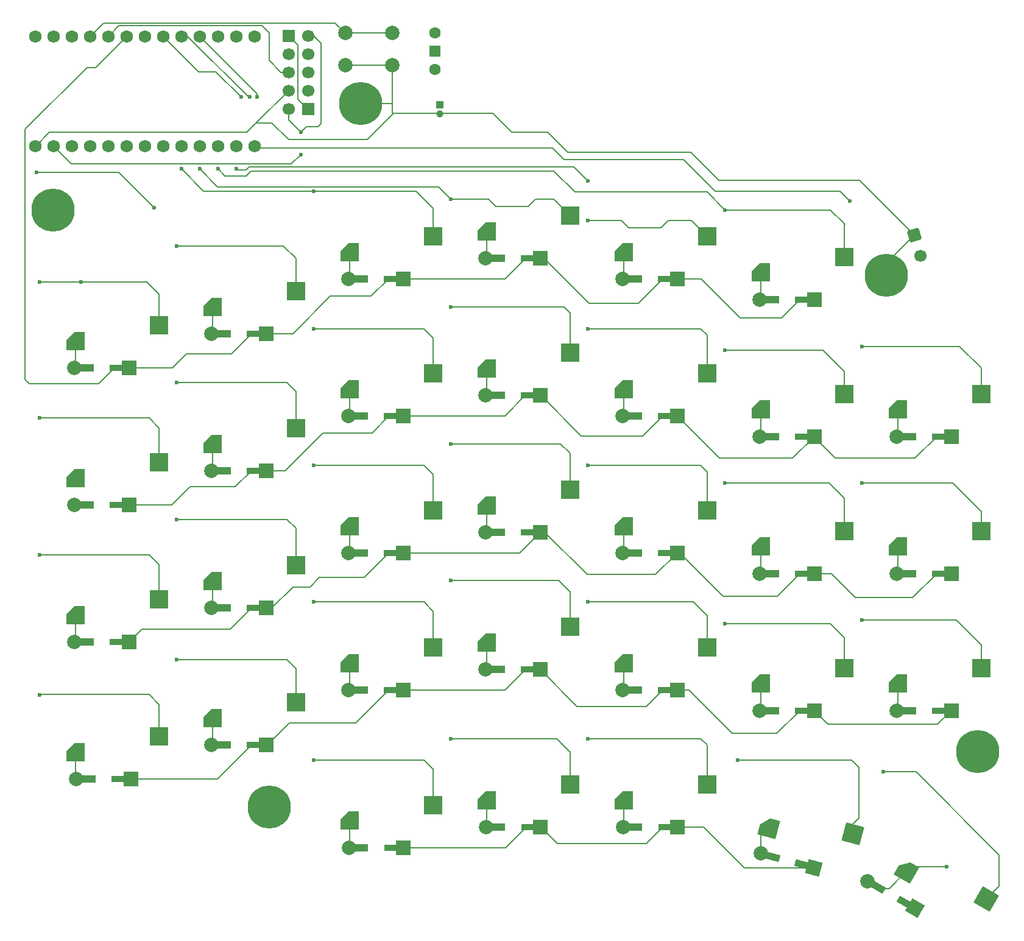
<source format=gbr>
%TF.GenerationSoftware,KiCad,Pcbnew,9.0.2+dfsg-1*%
%TF.CreationDate,2025-11-17T22:50:04+01:00*%
%TF.ProjectId,LuMo,4c754d6f-2e6b-4696-9361-645f70636258,rev?*%
%TF.SameCoordinates,Original*%
%TF.FileFunction,Copper,L1,Top*%
%TF.FilePolarity,Positive*%
%FSLAX46Y46*%
G04 Gerber Fmt 4.6, Leading zero omitted, Abs format (unit mm)*
G04 Created by KiCad (PCBNEW 9.0.2+dfsg-1) date 2025-11-17 22:50:04*
%MOMM*%
%LPD*%
G01*
G04 APERTURE LIST*
G04 Aperture macros list*
%AMRoundRect*
0 Rectangle with rounded corners*
0 $1 Rounding radius*
0 $2 $3 $4 $5 $6 $7 $8 $9 X,Y pos of 4 corners*
0 Add a 4 corners polygon primitive as box body*
4,1,4,$2,$3,$4,$5,$6,$7,$8,$9,$2,$3,0*
0 Add four circle primitives for the rounded corners*
1,1,$1+$1,$2,$3*
1,1,$1+$1,$4,$5*
1,1,$1+$1,$6,$7*
1,1,$1+$1,$8,$9*
0 Add four rect primitives between the rounded corners*
20,1,$1+$1,$2,$3,$4,$5,0*
20,1,$1+$1,$4,$5,$6,$7,0*
20,1,$1+$1,$6,$7,$8,$9,0*
20,1,$1+$1,$8,$9,$2,$3,0*%
%AMRotRect*
0 Rectangle, with rotation*
0 The origin of the aperture is its center*
0 $1 length*
0 $2 width*
0 $3 Rotation angle, in degrees counterclockwise*
0 Add horizontal line*
21,1,$1,$2,0,0,$3*%
%AMOutline5P*
0 Free polygon, 5 corners , with rotation*
0 The origin of the aperture is its center*
0 number of corners: always 5*
0 $1 to $10 corner X, Y*
0 $11 Rotation angle, in degrees counterclockwise*
0 create outline with 5 corners*
4,1,5,$1,$2,$3,$4,$5,$6,$7,$8,$9,$10,$1,$2,$11*%
%AMOutline6P*
0 Free polygon, 6 corners , with rotation*
0 The origin of the aperture is its center*
0 number of corners: always 6*
0 $1 to $12 corner X, Y*
0 $13 Rotation angle, in degrees counterclockwise*
0 create outline with 6 corners*
4,1,6,$1,$2,$3,$4,$5,$6,$7,$8,$9,$10,$11,$12,$1,$2,$13*%
%AMOutline7P*
0 Free polygon, 7 corners , with rotation*
0 The origin of the aperture is its center*
0 number of corners: always 7*
0 $1 to $14 corner X, Y*
0 $15 Rotation angle, in degrees counterclockwise*
0 create outline with 7 corners*
4,1,7,$1,$2,$3,$4,$5,$6,$7,$8,$9,$10,$11,$12,$13,$14,$1,$2,$15*%
%AMOutline8P*
0 Free polygon, 8 corners , with rotation*
0 The origin of the aperture is its center*
0 number of corners: always 8*
0 $1 to $16 corner X, Y*
0 $17 Rotation angle, in degrees counterclockwise*
0 create outline with 8 corners*
4,1,8,$1,$2,$3,$4,$5,$6,$7,$8,$9,$10,$11,$12,$13,$14,$15,$16,$1,$2,$17*%
G04 Aperture macros list end*
%TA.AperFunction,ComponentPad*%
%ADD10C,1.752600*%
%TD*%
%TA.AperFunction,ComponentPad*%
%ADD11C,6.000000*%
%TD*%
%TA.AperFunction,SMDPad,CuDef*%
%ADD12Outline5P,-1.300000X0.130000X-0.130000X1.300000X1.300000X1.300000X1.300000X-1.300000X-1.300000X-1.300000X345.000000*%
%TD*%
%TA.AperFunction,SMDPad,CuDef*%
%ADD13RotRect,2.600000X2.600000X345.000000*%
%TD*%
%TA.AperFunction,SMDPad,CuDef*%
%ADD14Outline5P,-1.300000X0.130000X-0.130000X1.300000X1.300000X1.300000X1.300000X-1.300000X-1.300000X-1.300000X0.000000*%
%TD*%
%TA.AperFunction,SMDPad,CuDef*%
%ADD15R,2.600000X2.600000*%
%TD*%
%TA.AperFunction,ComponentPad*%
%ADD16R,1.000000X1.000000*%
%TD*%
%TA.AperFunction,ComponentPad*%
%ADD17C,1.000000*%
%TD*%
%TA.AperFunction,ComponentPad*%
%ADD18R,1.700000X1.700000*%
%TD*%
%TA.AperFunction,ComponentPad*%
%ADD19C,1.700000*%
%TD*%
%TA.AperFunction,SMDPad,CuDef*%
%ADD20Outline5P,-1.300000X0.130000X-0.130000X1.300000X1.300000X1.300000X1.300000X-1.300000X-1.300000X-1.300000X330.000000*%
%TD*%
%TA.AperFunction,SMDPad,CuDef*%
%ADD21RotRect,2.600000X2.600000X330.000000*%
%TD*%
%TA.AperFunction,ComponentPad*%
%ADD22RoundRect,0.250000X-0.745701X0.404883X-0.404883X-0.745701X0.745701X-0.404883X0.404883X0.745701X0*%
%TD*%
%TA.AperFunction,ComponentPad*%
%ADD23C,2.000000*%
%TD*%
%TA.AperFunction,ComponentPad*%
%ADD24R,1.500000X1.500000*%
%TD*%
%TA.AperFunction,ComponentPad*%
%ADD25C,1.600000*%
%TD*%
%TA.AperFunction,ComponentPad*%
%ADD26R,2.000000X2.000000*%
%TD*%
%TA.AperFunction,ComponentPad*%
%ADD27R,1.875000X0.950000*%
%TD*%
%TA.AperFunction,ComponentPad*%
%ADD28R,1.875000X0.975000*%
%TD*%
%TA.AperFunction,ComponentPad*%
%ADD29RotRect,2.000000X2.000000X150.000000*%
%TD*%
%TA.AperFunction,ComponentPad*%
%ADD30RotRect,1.875000X0.950000X150.000000*%
%TD*%
%TA.AperFunction,ComponentPad*%
%ADD31RotRect,1.875000X0.975000X150.000000*%
%TD*%
%TA.AperFunction,ComponentPad*%
%ADD32RotRect,2.000000X2.000000X165.000000*%
%TD*%
%TA.AperFunction,ComponentPad*%
%ADD33RotRect,1.875000X0.950000X165.000000*%
%TD*%
%TA.AperFunction,ComponentPad*%
%ADD34RotRect,1.875000X0.975000X165.000000*%
%TD*%
%TA.AperFunction,ViaPad*%
%ADD35C,0.600000*%
%TD*%
%TA.AperFunction,Conductor*%
%ADD36C,0.200000*%
%TD*%
G04 APERTURE END LIST*
D10*
%TO.P,U1,0,B-*%
%TO.N,GND*%
X38990000Y-41120000D03*
%TO.P,U1,1,TX0/P0.06*%
%TO.N,CS*%
X41530000Y-41120000D03*
%TO.P,U1,2,RX1/P0.08*%
%TO.N,Col7*%
X44070000Y-41120000D03*
%TO.P,U1,3,GND*%
%TO.N,unconnected-(U1-GND-Pad3)*%
X46610000Y-41120000D03*
%TO.P,U1,4,GND*%
%TO.N,unconnected-(U1-GND-Pad4)*%
X49150000Y-41120000D03*
%TO.P,U1,5,P0.17*%
%TO.N,MOSI*%
X51690000Y-41120000D03*
%TO.P,U1,6,P0.20*%
%TO.N,SCK*%
X54230000Y-41120000D03*
%TO.P,U1,7,P0.22*%
%TO.N,Col6*%
X56770000Y-41120000D03*
%TO.P,U1,8,P0.24*%
%TO.N,Col2*%
X59310000Y-41120000D03*
%TO.P,U1,9,P1.00*%
%TO.N,Col1*%
X61850000Y-41120000D03*
%TO.P,U1,10,P0.11*%
%TO.N,Col4*%
X64390000Y-41120000D03*
%TO.P,U1,11,P1.04*%
%TO.N,Col3*%
X66930000Y-41120000D03*
%TO.P,U1,12,P1.06*%
%TO.N,Col5*%
X69470000Y-41120000D03*
%TO.P,U1,13,NFC1/P0.09*%
%TO.N,unconnected-(U1-NFC1{slash}P0.09-Pad13)*%
X69470000Y-25880000D03*
%TO.P,U1,14,NFC2/P0.10*%
%TO.N,unconnected-(U1-NFC2{slash}P0.10-Pad14)*%
X66930000Y-25880000D03*
%TO.P,U1,15,P1.11*%
%TO.N,unconnected-(U1-P1.11-Pad15)*%
X64390000Y-25880000D03*
%TO.P,U1,16,P1.13*%
%TO.N,Row5*%
X61850000Y-25880000D03*
%TO.P,U1,17,P1.15*%
%TO.N,Row4*%
X59310000Y-25880000D03*
%TO.P,U1,18,AIN0/P0.02*%
%TO.N,Row3*%
X56770000Y-25880000D03*
%TO.P,U1,19,AIN5/P0.29*%
%TO.N,Row2*%
X54230000Y-25880000D03*
%TO.P,U1,20,AIN7/P0.31*%
%TO.N,Row1*%
X51690000Y-25880000D03*
%TO.P,U1,21,VCC*%
%TO.N,VCC*%
X49150000Y-25880000D03*
%TO.P,U1,22,RST*%
%TO.N,RST*%
X46610000Y-25880000D03*
%TO.P,U1,23,GND*%
%TO.N,unconnected-(U1-GND-Pad23)*%
X44070000Y-25880000D03*
%TO.P,U1,24,RAW*%
%TO.N,unconnected-(U1-RAW-Pad24)*%
X41530000Y-25880000D03*
%TO.P,U1,25,B+*%
%TO.N,B+*%
X38990000Y-25880000D03*
%TD*%
D11*
%TO.P,H3,1*%
%TO.N,unconnected-(H3-Pad1)*%
X170000000Y-125300000D03*
%TD*%
D12*
%TO.P,SW31,1,1*%
%TO.N,Net-(D31-A)*%
X140929518Y-135885745D03*
D13*
%TO.P,SW31,2,2*%
%TO.N,Col4*%
X152655363Y-136750068D03*
%TD*%
D14*
%TO.P,SW4,1,1*%
%TO.N,Net-(D4-A)*%
X139895000Y-58707500D03*
D15*
%TO.P,SW4,2,2*%
%TO.N,Col4*%
X151445000Y-56507500D03*
%TD*%
D14*
%TO.P,SW29,1,1*%
%TO.N,Net-(D29-A)*%
X120845000Y-132050000D03*
D15*
%TO.P,SW29,2,2*%
%TO.N,Col3*%
X132395000Y-129850000D03*
%TD*%
D14*
%TO.P,SW13,1,1*%
%TO.N,Net-(D13-A)*%
X44645000Y-87282500D03*
D15*
%TO.P,SW13,2,2*%
%TO.N,Col7*%
X56195000Y-85082500D03*
%TD*%
D16*
%TO.P,J1,1*%
%TO.N,VBAT*%
X95200000Y-35365000D03*
D17*
%TO.P,J1,2*%
%TO.N,GND*%
X95200000Y-36635000D03*
%TD*%
D14*
%TO.P,SW25,1,1*%
%TO.N,Net-(D25-A)*%
X158945000Y-115857500D03*
D15*
%TO.P,SW25,2,2*%
%TO.N,Col5*%
X170495000Y-113657500D03*
%TD*%
D18*
%TO.P,J2,1*%
%TO.N,MOSI*%
X76975000Y-35950000D03*
D19*
%TO.P,J2,2*%
%TO.N,SCK*%
X76975000Y-33410000D03*
%TO.P,J2,3*%
%TO.N,VCC*%
X76975000Y-30870000D03*
%TO.P,J2,4*%
%TO.N,GND*%
X76975000Y-28330000D03*
%TO.P,J2,5*%
%TO.N,CS*%
X76975000Y-25790000D03*
%TD*%
D14*
%TO.P,SW21,1,1*%
%TO.N,Net-(D21-A)*%
X101795000Y-110142500D03*
D15*
%TO.P,SW21,2,2*%
%TO.N,Col1*%
X113345000Y-107942500D03*
%TD*%
D14*
%TO.P,SW26,1,1*%
%TO.N,Net-(D26-A)*%
X63695000Y-120620000D03*
D15*
%TO.P,SW26,2,2*%
%TO.N,Col6*%
X75245000Y-118420000D03*
%TD*%
D14*
%TO.P,SW28,1,1*%
%TO.N,Net-(D28-A)*%
X101795000Y-132050000D03*
D15*
%TO.P,SW28,2,2*%
%TO.N,Col1*%
X113345000Y-129850000D03*
%TD*%
D14*
%TO.P,SW30,1,1*%
%TO.N,Net-(D30-A)*%
X82745000Y-134907500D03*
D15*
%TO.P,SW30,2,2*%
%TO.N,Col2*%
X94295000Y-132707500D03*
%TD*%
D20*
%TO.P,SW32,1,1*%
%TO.N,Net-(D32-A)*%
X160100318Y-141929465D03*
D21*
%TO.P,SW32,2,2*%
%TO.N,Col5*%
X171202911Y-145799209D03*
%TD*%
D14*
%TO.P,SW16,1,1*%
%TO.N,Net-(D16-A)*%
X120845000Y-93950000D03*
D15*
%TO.P,SW16,2,2*%
%TO.N,Col3*%
X132395000Y-91750000D03*
%TD*%
D14*
%TO.P,SW14,1,1*%
%TO.N,Net-(D14-A)*%
X101795000Y-91092500D03*
D15*
%TO.P,SW14,2,2*%
%TO.N,Col1*%
X113345000Y-88892500D03*
%TD*%
D14*
%TO.P,SW9,1,1*%
%TO.N,Net-(D9-A)*%
X120845000Y-74900000D03*
D15*
%TO.P,SW9,2,2*%
%TO.N,Col3*%
X132395000Y-72700000D03*
%TD*%
D14*
%TO.P,SW2,1,1*%
%TO.N,Net-(D2-A)*%
X82745000Y-55850000D03*
D15*
%TO.P,SW2,2,2*%
%TO.N,Col2*%
X94295000Y-53650000D03*
%TD*%
D11*
%TO.P,H6,1*%
%TO.N,GND*%
X84200000Y-35200000D03*
%TD*%
D14*
%TO.P,SW19,1,1*%
%TO.N,Net-(D19-A)*%
X63695000Y-101570000D03*
D15*
%TO.P,SW19,2,2*%
%TO.N,Col6*%
X75245000Y-99370000D03*
%TD*%
D14*
%TO.P,SW20,1,1*%
%TO.N,Net-(D20-A)*%
X44645000Y-106332500D03*
D15*
%TO.P,SW20,2,2*%
%TO.N,Col7*%
X56195000Y-104132500D03*
%TD*%
D14*
%TO.P,SW18,1,1*%
%TO.N,Net-(D18-A)*%
X158945000Y-96807500D03*
D15*
%TO.P,SW18,2,2*%
%TO.N,Col5*%
X170495000Y-94607500D03*
%TD*%
D14*
%TO.P,SW17,1,1*%
%TO.N,Net-(D17-A)*%
X139895000Y-96807500D03*
D15*
%TO.P,SW17,2,2*%
%TO.N,Col4*%
X151445000Y-94607500D03*
%TD*%
D14*
%TO.P,SW3,1,1*%
%TO.N,Net-(D3-A)*%
X120845000Y-55850000D03*
D15*
%TO.P,SW3,2,2*%
%TO.N,Col3*%
X132395000Y-53650000D03*
%TD*%
D19*
%TO.P,J4,1*%
%TO.N,VBAT*%
X162049564Y-56368241D03*
D22*
%TO.P,J4,2*%
%TO.N,GND*%
X161197518Y-53491781D03*
%TD*%
D14*
%TO.P,SW6,1,1*%
%TO.N,Net-(D6-A)*%
X44645000Y-68232500D03*
D15*
%TO.P,SW6,2,2*%
%TO.N,Col7*%
X56195000Y-66032500D03*
%TD*%
D11*
%TO.P,H1,1*%
%TO.N,GND*%
X41500000Y-50000000D03*
%TD*%
D14*
%TO.P,SW8,1,1*%
%TO.N,Net-(D8-A)*%
X82745000Y-74900000D03*
D15*
%TO.P,SW8,2,2*%
%TO.N,Col2*%
X94295000Y-72700000D03*
%TD*%
D14*
%TO.P,SW11,1,1*%
%TO.N,Net-(D11-A)*%
X158945000Y-77757500D03*
D15*
%TO.P,SW11,2,2*%
%TO.N,Col5*%
X170495000Y-75557500D03*
%TD*%
D14*
%TO.P,SW15,1,1*%
%TO.N,Net-(D15-A)*%
X82745000Y-93950000D03*
D15*
%TO.P,SW15,2,2*%
%TO.N,Col2*%
X94295000Y-91750000D03*
%TD*%
D14*
%TO.P,SW10,1,1*%
%TO.N,Net-(D10-A)*%
X139895000Y-77757500D03*
D15*
%TO.P,SW10,2,2*%
%TO.N,Col4*%
X151445000Y-75557500D03*
%TD*%
D14*
%TO.P,SW12,1,1*%
%TO.N,Net-(D12-A)*%
X63695000Y-82520000D03*
D15*
%TO.P,SW12,2,2*%
%TO.N,Col6*%
X75245000Y-80320000D03*
%TD*%
D14*
%TO.P,SW5,1,1*%
%TO.N,Net-(D5-A)*%
X63695000Y-63470000D03*
D15*
%TO.P,SW5,2,2*%
%TO.N,Col6*%
X75245000Y-61270000D03*
%TD*%
D18*
%TO.P,J3,1*%
%TO.N,MOSI*%
X74200000Y-25800000D03*
D19*
%TO.P,J3,2*%
%TO.N,SCK*%
X74200000Y-28340000D03*
%TO.P,J3,3*%
%TO.N,VCC*%
X74200000Y-30880000D03*
%TO.P,J3,4*%
%TO.N,GND*%
X74200000Y-33420000D03*
%TO.P,J3,5*%
%TO.N,CS*%
X74200000Y-35960000D03*
%TD*%
D14*
%TO.P,SW7,1,1*%
%TO.N,Net-(D7-A)*%
X101795000Y-72042500D03*
D15*
%TO.P,SW7,2,2*%
%TO.N,Col1*%
X113345000Y-69842500D03*
%TD*%
D23*
%TO.P,SW33,1*%
%TO.N,RST*%
X82100000Y-25400000D03*
X88600000Y-25400000D03*
%TO.P,SW33,2*%
%TO.N,GND*%
X82100000Y-29900000D03*
X88600000Y-29900000D03*
%TD*%
D14*
%TO.P,SW27,1,1*%
%TO.N,Net-(D27-A)*%
X44645000Y-125382500D03*
D15*
%TO.P,SW27,2,2*%
%TO.N,Col7*%
X56195000Y-123182500D03*
%TD*%
D14*
%TO.P,SW22,1,1*%
%TO.N,Net-(D22-A)*%
X82745000Y-113000000D03*
D15*
%TO.P,SW22,2,2*%
%TO.N,Col2*%
X94295000Y-110800000D03*
%TD*%
D14*
%TO.P,SW23,1,1*%
%TO.N,Net-(D23-A)*%
X120845000Y-113000000D03*
D15*
%TO.P,SW23,2,2*%
%TO.N,Col3*%
X132395000Y-110800000D03*
%TD*%
D24*
%TO.P,SWI1,1,A*%
%TO.N,VBAT*%
X94600000Y-27940000D03*
D25*
%TO.P,SWI1,2,B*%
%TO.N,B+*%
X94600000Y-30480000D03*
%TO.P,SWI1,3,C*%
%TO.N,unconnected-(SWI1-C-Pad3)*%
X94600000Y-25400000D03*
%TD*%
D14*
%TO.P,SW1,1,1*%
%TO.N,Net-(D1-A)*%
X101795000Y-52992500D03*
D15*
%TO.P,SW1,2,2*%
%TO.N,Col1*%
X113345000Y-50792500D03*
%TD*%
D11*
%TO.P,H4,1*%
%TO.N,unconnected-(H4-Pad1)*%
X71500000Y-133000000D03*
%TD*%
%TO.P,H2,1*%
%TO.N,GND*%
X157300000Y-59100000D03*
%TD*%
D14*
%TO.P,SW24,1,1*%
%TO.N,Net-(D24-A)*%
X139895000Y-115857500D03*
D15*
%TO.P,SW24,2,2*%
%TO.N,Col4*%
X151445000Y-113657500D03*
%TD*%
D26*
%TO.P,D19,1,K*%
%TO.N,Row3*%
X71100000Y-105300000D03*
D27*
X69362500Y-105300000D03*
D28*
%TO.P,D19,2,A*%
%TO.N,Net-(D19-A)*%
X65237500Y-105312500D03*
D23*
X63500000Y-105300000D03*
%TD*%
D26*
%TO.P,D8,1,K*%
%TO.N,Row2*%
X90150000Y-78630000D03*
D27*
X88412500Y-78630000D03*
D28*
%TO.P,D8,2,A*%
%TO.N,Net-(D8-A)*%
X84287500Y-78642500D03*
D23*
X82550000Y-78630000D03*
%TD*%
D26*
%TO.P,D15,1,K*%
%TO.N,Row3*%
X90150000Y-97680000D03*
D27*
X88412500Y-97680000D03*
D28*
%TO.P,D15,2,A*%
%TO.N,Net-(D15-A)*%
X84287500Y-97692500D03*
D23*
X82550000Y-97680000D03*
%TD*%
D26*
%TO.P,D2,1,K*%
%TO.N,Row1*%
X90150000Y-59580000D03*
D27*
X88412500Y-59580000D03*
D28*
%TO.P,D2,2,A*%
%TO.N,Net-(D2-A)*%
X84287500Y-59592500D03*
D23*
X82550000Y-59580000D03*
%TD*%
D26*
%TO.P,D24,1,K*%
%TO.N,Row4*%
X147300000Y-119587500D03*
D27*
X145562500Y-119587500D03*
D28*
%TO.P,D24,2,A*%
%TO.N,Net-(D24-A)*%
X141437500Y-119600000D03*
D23*
X139700000Y-119587500D03*
%TD*%
D26*
%TO.P,D9,1,K*%
%TO.N,Row2*%
X128250000Y-78630000D03*
D27*
X126512500Y-78630000D03*
D28*
%TO.P,D9,2,A*%
%TO.N,Net-(D9-A)*%
X122387500Y-78642500D03*
D23*
X120650000Y-78630000D03*
%TD*%
D26*
%TO.P,D25,1,K*%
%TO.N,Row4*%
X166350000Y-119587500D03*
D27*
X164612500Y-119587500D03*
D28*
%TO.P,D25,2,A*%
%TO.N,Net-(D25-A)*%
X160487500Y-119600000D03*
D23*
X158750000Y-119587500D03*
%TD*%
D26*
%TO.P,D12,1,K*%
%TO.N,Row2*%
X71100000Y-86250000D03*
D27*
X69362500Y-86250000D03*
D28*
%TO.P,D12,2,A*%
%TO.N,Net-(D12-A)*%
X65237500Y-86262500D03*
D23*
X63500000Y-86250000D03*
%TD*%
D26*
%TO.P,D18,1,K*%
%TO.N,Row3*%
X166350000Y-100537500D03*
D27*
X164612500Y-100537500D03*
D28*
%TO.P,D18,2,A*%
%TO.N,Net-(D18-A)*%
X160487500Y-100550000D03*
D23*
X158750000Y-100537500D03*
%TD*%
D26*
%TO.P,D27,1,K*%
%TO.N,Row4*%
X52300000Y-129112500D03*
D27*
X50562500Y-129112500D03*
D28*
%TO.P,D27,2,A*%
%TO.N,Net-(D27-A)*%
X46437500Y-129125000D03*
D23*
X44700000Y-129112500D03*
%TD*%
D26*
%TO.P,D4,1,K*%
%TO.N,Row1*%
X147300000Y-62437500D03*
D27*
X145562500Y-62437500D03*
D28*
%TO.P,D4,2,A*%
%TO.N,Net-(D4-A)*%
X141437500Y-62450000D03*
D23*
X139700000Y-62437500D03*
%TD*%
D26*
%TO.P,D20,1,K*%
%TO.N,Row3*%
X52050000Y-110062500D03*
D27*
X50312500Y-110062500D03*
D28*
%TO.P,D20,2,A*%
%TO.N,Net-(D20-A)*%
X46187500Y-110075000D03*
D23*
X44450000Y-110062500D03*
%TD*%
D26*
%TO.P,D21,1,K*%
%TO.N,Row4*%
X109200000Y-113872500D03*
D27*
X107462500Y-113872500D03*
D28*
%TO.P,D21,2,A*%
%TO.N,Net-(D21-A)*%
X103337500Y-113885000D03*
D23*
X101600000Y-113872500D03*
%TD*%
D26*
%TO.P,D10,1,K*%
%TO.N,Row2*%
X147300000Y-81487500D03*
D27*
X145562500Y-81487500D03*
D28*
%TO.P,D10,2,A*%
%TO.N,Net-(D10-A)*%
X141437500Y-81500000D03*
D23*
X139700000Y-81487500D03*
%TD*%
D26*
%TO.P,D5,1,K*%
%TO.N,Row1*%
X71100000Y-67200000D03*
D27*
X69362500Y-67200000D03*
D28*
%TO.P,D5,2,A*%
%TO.N,Net-(D5-A)*%
X65237500Y-67212500D03*
D23*
X63500000Y-67200000D03*
%TD*%
D26*
%TO.P,D14,1,K*%
%TO.N,Row3*%
X109200000Y-94822500D03*
D27*
X107462500Y-94822500D03*
D28*
%TO.P,D14,2,A*%
%TO.N,Net-(D14-A)*%
X103337500Y-94835000D03*
D23*
X101600000Y-94822500D03*
%TD*%
D26*
%TO.P,D23,1,K*%
%TO.N,Row4*%
X128250000Y-116730000D03*
D27*
X126512500Y-116730000D03*
D28*
%TO.P,D23,2,A*%
%TO.N,Net-(D23-A)*%
X122387500Y-116742500D03*
D23*
X120650000Y-116730000D03*
%TD*%
D26*
%TO.P,D22,1,K*%
%TO.N,Row4*%
X90150000Y-116730000D03*
D27*
X88412500Y-116730000D03*
D28*
%TO.P,D22,2,A*%
%TO.N,Net-(D22-A)*%
X84287500Y-116742500D03*
D23*
X82550000Y-116730000D03*
%TD*%
D26*
%TO.P,D1,1,K*%
%TO.N,Row1*%
X109200000Y-56722500D03*
D27*
X107462500Y-56722500D03*
D28*
%TO.P,D1,2,A*%
%TO.N,Net-(D1-A)*%
X103337500Y-56735000D03*
D23*
X101600000Y-56722500D03*
%TD*%
D26*
%TO.P,D6,1,K*%
%TO.N,Row1*%
X52050000Y-71962500D03*
D27*
X50312500Y-71962500D03*
D28*
%TO.P,D6,2,A*%
%TO.N,Net-(D6-A)*%
X46187500Y-71975000D03*
D23*
X44450000Y-71962500D03*
%TD*%
D26*
%TO.P,D17,1,K*%
%TO.N,Row3*%
X147300000Y-100537500D03*
D27*
X145562500Y-100537500D03*
D28*
%TO.P,D17,2,A*%
%TO.N,Net-(D17-A)*%
X141437500Y-100550000D03*
D23*
X139700000Y-100537500D03*
%TD*%
D26*
%TO.P,D28,1,K*%
%TO.N,Row5*%
X109250000Y-135780000D03*
D27*
X107512500Y-135780000D03*
D28*
%TO.P,D28,2,A*%
%TO.N,Net-(D28-A)*%
X103387500Y-135792500D03*
D23*
X101650000Y-135780000D03*
%TD*%
D26*
%TO.P,D26,1,K*%
%TO.N,Row4*%
X71100000Y-124350000D03*
D27*
X69362500Y-124350000D03*
D28*
%TO.P,D26,2,A*%
%TO.N,Net-(D26-A)*%
X65237500Y-124362500D03*
D23*
X63500000Y-124350000D03*
%TD*%
D26*
%TO.P,D11,1,K*%
%TO.N,Row2*%
X166350000Y-81487500D03*
D27*
X164612500Y-81487500D03*
D28*
%TO.P,D11,2,A*%
%TO.N,Net-(D11-A)*%
X160487500Y-81500000D03*
D23*
X158750000Y-81487500D03*
%TD*%
D29*
%TO.P,D32,1,K*%
%TO.N,Row5*%
X161290897Y-147100000D03*
D30*
X159786177Y-146231250D03*
D31*
%TO.P,D32,2,A*%
%TO.N,Net-(D32-A)*%
X156207573Y-144179575D03*
D23*
X154709103Y-143300000D03*
%TD*%
D26*
%TO.P,D16,1,K*%
%TO.N,Row3*%
X128250000Y-97680000D03*
D27*
X126512500Y-97680000D03*
D28*
%TO.P,D16,2,A*%
%TO.N,Net-(D16-A)*%
X122387500Y-97692500D03*
D23*
X120650000Y-97680000D03*
%TD*%
D26*
%TO.P,D29,1,K*%
%TO.N,Row5*%
X128300000Y-135780000D03*
D27*
X126562500Y-135780000D03*
D28*
%TO.P,D29,2,A*%
%TO.N,Net-(D29-A)*%
X122437500Y-135792500D03*
D23*
X120700000Y-135780000D03*
%TD*%
D26*
%TO.P,D30,1,K*%
%TO.N,Row5*%
X90200000Y-138637500D03*
D27*
X88462500Y-138637500D03*
D28*
%TO.P,D30,2,A*%
%TO.N,Net-(D30-A)*%
X84337500Y-138650000D03*
D23*
X82600000Y-138637500D03*
%TD*%
D26*
%TO.P,D13,1,K*%
%TO.N,Row2*%
X52050000Y-91012500D03*
D27*
X50312500Y-91012500D03*
D28*
%TO.P,D13,2,A*%
%TO.N,Net-(D13-A)*%
X46187500Y-91025000D03*
D23*
X44450000Y-91012500D03*
%TD*%
D32*
%TO.P,D31,1,K*%
%TO.N,Row5*%
X147185036Y-141442916D03*
D33*
X145506740Y-140993218D03*
D34*
%TO.P,D31,2,A*%
%TO.N,Net-(D31-A)*%
X141519061Y-139937664D03*
D23*
X139844000Y-139475892D03*
%TD*%
D26*
%TO.P,D7,1,K*%
%TO.N,Row2*%
X109200000Y-75772500D03*
D27*
X107462500Y-75772500D03*
D28*
%TO.P,D7,2,A*%
%TO.N,Net-(D7-A)*%
X103337500Y-75785000D03*
D23*
X101600000Y-75772500D03*
%TD*%
D26*
%TO.P,D3,1,K*%
%TO.N,Row1*%
X128250000Y-59580000D03*
D27*
X126512500Y-59580000D03*
D28*
%TO.P,D3,2,A*%
%TO.N,Net-(D3-A)*%
X122387500Y-59592500D03*
D23*
X120650000Y-59580000D03*
%TD*%
D35*
%TO.N,CS*%
X75960000Y-39160000D03*
X75900000Y-42300000D03*
%TO.N,Row2*%
X55500000Y-49700000D03*
X39200000Y-44800000D03*
%TO.N,Row3*%
X67600000Y-34300000D03*
%TO.N,Row4*%
X68800000Y-34314814D03*
%TO.N,Row5*%
X69800000Y-34300000D03*
%TO.N,Net-(D32-A)*%
X165700000Y-141300000D03*
%TO.N,Col1*%
X96795000Y-101500000D03*
X61850000Y-44300000D03*
X96795000Y-123500000D03*
X96795000Y-82500000D03*
X96795000Y-63500000D03*
X96795000Y-48500000D03*
%TO.N,Col2*%
X77745000Y-104500000D03*
X77745000Y-126500000D03*
X77745000Y-66500000D03*
X77745000Y-47400000D03*
X77745000Y-85500000D03*
X59300000Y-44300000D03*
%TO.N,Col3*%
X115845000Y-66500000D03*
X115845000Y-123500000D03*
X115845000Y-85500000D03*
X115845000Y-51500000D03*
X115845000Y-104500000D03*
X66930000Y-44300000D03*
X115845000Y-46000000D03*
%TO.N,Col4*%
X134895000Y-107500000D03*
X64390000Y-44300000D03*
X134895000Y-50000000D03*
X134895000Y-88000000D03*
X134895000Y-69500000D03*
X136669290Y-126500000D03*
%TO.N,Col5*%
X153945000Y-88000000D03*
X153945000Y-69000000D03*
X156900000Y-128100000D03*
X152250000Y-48750000D03*
X153945000Y-107000000D03*
%TO.N,Col6*%
X58695000Y-112500000D03*
X58695000Y-74000000D03*
X58700000Y-55000000D03*
X58695000Y-93000000D03*
%TO.N,Col7*%
X39645000Y-97942500D03*
X45400000Y-60000000D03*
X39645000Y-78942500D03*
X39645000Y-117442500D03*
X39645000Y-60000000D03*
%TD*%
D36*
%TO.N,GND*%
X88600000Y-29900000D02*
X88600000Y-35200000D01*
X84200000Y-35200000D02*
X88600000Y-35200000D01*
X69710000Y-37910000D02*
X71910000Y-37910000D01*
X71910000Y-37910000D02*
X74200000Y-40200000D01*
X74200000Y-40200000D02*
X85200000Y-40200000D01*
X85200000Y-40200000D02*
X88800000Y-36600000D01*
X88600000Y-36500000D02*
X88700000Y-36600000D01*
X113000000Y-42000000D02*
X130100000Y-42000000D01*
X88700000Y-36600000D02*
X102600000Y-36600000D01*
X102600000Y-36600000D02*
X105200000Y-39200000D01*
X105200000Y-39200000D02*
X110200000Y-39200000D01*
X130100000Y-42000000D02*
X134000000Y-45900000D01*
X110200000Y-39200000D02*
X113000000Y-42000000D01*
X134000000Y-45900000D02*
X153605737Y-45900000D01*
X153605737Y-45900000D02*
X160782958Y-53077221D01*
X160782958Y-53077221D02*
X160782958Y-53395899D01*
X85600000Y-36600000D02*
X84200000Y-35200000D01*
X68420000Y-39200000D02*
X69710000Y-37910000D01*
X38990000Y-41120000D02*
X39080000Y-41120000D01*
X39080000Y-41120000D02*
X41000000Y-39200000D01*
X41000000Y-39200000D02*
X68420000Y-39200000D01*
X69710000Y-37910000D02*
X74200000Y-33420000D01*
%TO.N,Col5*%
X69470000Y-41120000D02*
X69750000Y-41400000D01*
X129100000Y-43000000D02*
X133500000Y-47400000D01*
X69750000Y-41400000D02*
X110900000Y-41400000D01*
X150900000Y-47400000D02*
X152250000Y-48750000D01*
X110900000Y-41400000D02*
X112500000Y-43000000D01*
X112500000Y-43000000D02*
X129100000Y-43000000D01*
X133500000Y-47400000D02*
X150900000Y-47400000D01*
%TO.N,CS*%
X75900000Y-39220000D02*
X74200000Y-37520000D01*
X75960000Y-39160000D02*
X76720000Y-38400000D01*
X76720000Y-38400000D02*
X78300000Y-38400000D01*
X78300000Y-38400000D02*
X78700000Y-38000000D01*
X78700000Y-38000000D02*
X78700000Y-26800000D01*
X78700000Y-26800000D02*
X77690000Y-25790000D01*
X77690000Y-25790000D02*
X77475000Y-25790000D01*
X75960000Y-39160000D02*
X75900000Y-39220000D01*
X74200000Y-37520000D02*
X74200000Y-35960000D01*
X75900000Y-42300000D02*
X74600000Y-43600000D01*
X74600000Y-43600000D02*
X44010000Y-43600000D01*
X44010000Y-43600000D02*
X41530000Y-41120000D01*
%TO.N,Row1*%
X104317500Y-59580000D02*
X107175000Y-56722500D01*
X38200000Y-74200000D02*
X47787500Y-74200000D01*
X58037500Y-71962500D02*
X60000000Y-70000000D01*
X46200000Y-30200000D02*
X37600000Y-38800000D01*
X60000000Y-70000000D02*
X66275000Y-70000000D01*
X90150000Y-59580000D02*
X104317500Y-59580000D01*
X122805000Y-63000000D02*
X126225000Y-59580000D01*
X37600000Y-73600000D02*
X38200000Y-74200000D01*
X109200000Y-56722500D02*
X109722500Y-56722500D01*
X74800000Y-67200000D02*
X80000000Y-62000000D01*
X52050000Y-71962500D02*
X58037500Y-71962500D01*
X142712500Y-65000000D02*
X145275000Y-62437500D01*
X116000000Y-63000000D02*
X122805000Y-63000000D01*
X85705000Y-62000000D02*
X88125000Y-59580000D01*
X47787500Y-74200000D02*
X50025000Y-71962500D01*
X128250000Y-59580000D02*
X131580000Y-59580000D01*
X131580000Y-59580000D02*
X137000000Y-65000000D01*
X37600000Y-38800000D02*
X37600000Y-73600000D01*
X80000000Y-62000000D02*
X85705000Y-62000000D01*
X71100000Y-67200000D02*
X74800000Y-67200000D01*
X109722500Y-56722500D02*
X116000000Y-63000000D01*
X51690000Y-25880000D02*
X47370000Y-30200000D01*
X137000000Y-65000000D02*
X142712500Y-65000000D01*
X47370000Y-30200000D02*
X46200000Y-30200000D01*
X66275000Y-70000000D02*
X69075000Y-67200000D01*
%TO.N,Net-(D1-A)*%
X101795000Y-56527500D02*
X101600000Y-56722500D01*
X101795000Y-52992500D02*
X101795000Y-56527500D01*
%TO.N,Net-(D2-A)*%
X82745000Y-55850000D02*
X82745000Y-59385000D01*
X82745000Y-59385000D02*
X82550000Y-59580000D01*
%TO.N,Net-(D3-A)*%
X120845000Y-55850000D02*
X120845000Y-59385000D01*
X120845000Y-59385000D02*
X120650000Y-59580000D01*
%TO.N,Net-(D4-A)*%
X139895000Y-62242500D02*
X139700000Y-62437500D01*
X139895000Y-58707500D02*
X139895000Y-62242500D01*
%TO.N,Net-(D5-A)*%
X63695000Y-67005000D02*
X63500000Y-67200000D01*
X63695000Y-63470000D02*
X63695000Y-67005000D01*
%TO.N,Net-(D6-A)*%
X44645000Y-71767500D02*
X44450000Y-71962500D01*
X44645000Y-68232500D02*
X44645000Y-71767500D01*
%TO.N,Net-(D7-A)*%
X101795000Y-72042500D02*
X101795000Y-75577500D01*
X101795000Y-75577500D02*
X101600000Y-75772500D01*
%TO.N,Row2*%
X79000000Y-81000000D02*
X73800000Y-86200000D01*
X60500000Y-88500000D02*
X58050000Y-90950000D01*
X90150000Y-78630000D02*
X104270000Y-78630000D01*
X147300000Y-81487500D02*
X147300000Y-81600000D01*
X114900000Y-81400000D02*
X123455000Y-81400000D01*
X66825000Y-88500000D02*
X66800000Y-88500000D01*
X69075000Y-86250000D02*
X66825000Y-88500000D01*
X104270000Y-78630000D02*
X107127500Y-75772500D01*
X85800000Y-81000000D02*
X79000000Y-81000000D01*
X52050000Y-91012500D02*
X57987500Y-91012500D01*
X88125000Y-78675000D02*
X85800000Y-81000000D01*
X107127500Y-75772500D02*
X107175000Y-75772500D01*
X71100000Y-86250000D02*
X73750000Y-86250000D01*
X144287500Y-84500000D02*
X147300000Y-81487500D01*
X88125000Y-78630000D02*
X88125000Y-78675000D01*
X66800000Y-88500000D02*
X60500000Y-88500000D01*
X109272500Y-75772500D02*
X114900000Y-81400000D01*
X150200000Y-84500000D02*
X161312500Y-84500000D01*
X50600000Y-44800000D02*
X39200000Y-44800000D01*
X123455000Y-81400000D02*
X126225000Y-78630000D01*
X128250000Y-78630000D02*
X128250000Y-78650000D01*
X55500000Y-49700000D02*
X50600000Y-44800000D01*
X128250000Y-78650000D02*
X134100000Y-84500000D01*
X134100000Y-84500000D02*
X144287500Y-84500000D01*
X109200000Y-75772500D02*
X109272500Y-75772500D01*
X161312500Y-84500000D02*
X164325000Y-81487500D01*
X147300000Y-81600000D02*
X150200000Y-84500000D01*
%TO.N,Net-(D8-A)*%
X82745000Y-78435000D02*
X82550000Y-78630000D01*
X82745000Y-74900000D02*
X82745000Y-78435000D01*
%TO.N,Net-(D9-A)*%
X120845000Y-74900000D02*
X120845000Y-78435000D01*
X120845000Y-78435000D02*
X120650000Y-78630000D01*
%TO.N,Net-(D10-A)*%
X139895000Y-77757500D02*
X139895000Y-81292500D01*
X139895000Y-81292500D02*
X139700000Y-81487500D01*
%TO.N,Net-(D11-A)*%
X158945000Y-77757500D02*
X158945000Y-81292500D01*
X158945000Y-81292500D02*
X158750000Y-81487500D01*
%TO.N,Net-(D12-A)*%
X63695000Y-86055000D02*
X63500000Y-86250000D01*
X63695000Y-82520000D02*
X63695000Y-86055000D01*
%TO.N,Net-(D14-A)*%
X101795000Y-91092500D02*
X101795000Y-94627500D01*
X101795000Y-94627500D02*
X101600000Y-94822500D01*
%TO.N,Row3*%
X74800000Y-102400000D02*
X77200000Y-102400000D01*
X128580000Y-97680000D02*
X134600000Y-103700000D01*
X109822500Y-94822500D02*
X115700000Y-100700000D01*
X153000000Y-103900000D02*
X160962500Y-103900000D01*
X78500000Y-101100000D02*
X84705000Y-101100000D01*
X90150000Y-97680000D02*
X106342500Y-97680000D01*
X134600000Y-103700000D02*
X142112500Y-103700000D01*
X128250000Y-97680000D02*
X128580000Y-97680000D01*
X147300000Y-100537500D02*
X149637500Y-100537500D01*
X77200000Y-102400000D02*
X78500000Y-101100000D01*
X71100000Y-105300000D02*
X71900000Y-105300000D01*
X71900000Y-105300000D02*
X74800000Y-102400000D01*
X84705000Y-101100000D02*
X88125000Y-97680000D01*
X149637500Y-100537500D02*
X153000000Y-103900000D01*
X66075000Y-108300000D02*
X69075000Y-105300000D01*
X106342500Y-97680000D02*
X109200000Y-94822500D01*
X160962500Y-103900000D02*
X164325000Y-100537500D01*
X109200000Y-94822500D02*
X109822500Y-94822500D01*
X142112500Y-103700000D02*
X145275000Y-100537500D01*
X64100000Y-30800000D02*
X67600000Y-34300000D01*
X125230000Y-100700000D02*
X128250000Y-97680000D01*
X56770000Y-25880000D02*
X61690000Y-30800000D01*
X53812500Y-108300000D02*
X66075000Y-108300000D01*
X52050000Y-110062500D02*
X53812500Y-108300000D01*
X115700000Y-100700000D02*
X125230000Y-100700000D01*
X61690000Y-30800000D02*
X64100000Y-30800000D01*
%TO.N,Net-(D15-A)*%
X82745000Y-97485000D02*
X82550000Y-97680000D01*
X82745000Y-93950000D02*
X82745000Y-97485000D01*
%TO.N,Net-(D16-A)*%
X120845000Y-97485000D02*
X120650000Y-97680000D01*
X120845000Y-93950000D02*
X120845000Y-97485000D01*
%TO.N,Net-(D17-A)*%
X139895000Y-96807500D02*
X139895000Y-100342500D01*
X139895000Y-100342500D02*
X139700000Y-100537500D01*
%TO.N,Net-(D18-A)*%
X158945000Y-100342500D02*
X158750000Y-100537500D01*
X158945000Y-96807500D02*
X158945000Y-100342500D01*
%TO.N,Net-(D19-A)*%
X63695000Y-105105000D02*
X63500000Y-105300000D01*
X63695000Y-101570000D02*
X63695000Y-105105000D01*
%TO.N,Net-(D20-A)*%
X44645000Y-106332500D02*
X44645000Y-109867500D01*
X44645000Y-109867500D02*
X44450000Y-110062500D01*
%TO.N,Net-(D21-A)*%
X101795000Y-113677500D02*
X101600000Y-113872500D01*
X101795000Y-110142500D02*
X101795000Y-113677500D01*
%TO.N,Row4*%
X74300000Y-121300000D02*
X83555000Y-121300000D01*
X149200000Y-121500000D02*
X164437500Y-121500000D01*
X104317500Y-116730000D02*
X107175000Y-113872500D01*
X123955000Y-119000000D02*
X126225000Y-116730000D01*
X68615514Y-34314814D02*
X68800000Y-34314814D01*
X83555000Y-121300000D02*
X88125000Y-116730000D01*
X147300000Y-119600000D02*
X149200000Y-121500000D01*
X145275000Y-119587500D02*
X142062500Y-122800000D01*
X52300000Y-129112500D02*
X64312500Y-129112500D01*
X147300000Y-119587500D02*
X147300000Y-119600000D01*
X114327500Y-119000000D02*
X123955000Y-119000000D01*
X142062500Y-122800000D02*
X135900000Y-122800000D01*
X164437500Y-121500000D02*
X166350000Y-119587500D01*
X59310000Y-25880000D02*
X60180700Y-25880000D01*
X64312500Y-129112500D02*
X69075000Y-124350000D01*
X109200000Y-113872500D02*
X114327500Y-119000000D01*
X71250000Y-124350000D02*
X74300000Y-121300000D01*
X71100000Y-124350000D02*
X71250000Y-124350000D01*
X129830000Y-116730000D02*
X128250000Y-116730000D01*
X90150000Y-116730000D02*
X104317500Y-116730000D01*
X60180700Y-25880000D02*
X68615514Y-34314814D01*
X135900000Y-122800000D02*
X129830000Y-116730000D01*
%TO.N,Net-(D22-A)*%
X82745000Y-116535000D02*
X82550000Y-116730000D01*
X82745000Y-113000000D02*
X82745000Y-116535000D01*
%TO.N,Net-(D23-A)*%
X120845000Y-116535000D02*
X120650000Y-116730000D01*
X120845000Y-113000000D02*
X120845000Y-116535000D01*
%TO.N,Net-(D24-A)*%
X139895000Y-115857500D02*
X139895000Y-119392500D01*
X139895000Y-119392500D02*
X139700000Y-119587500D01*
%TO.N,Net-(D25-A)*%
X158945000Y-119392500D02*
X158750000Y-119587500D01*
X158945000Y-115857500D02*
X158945000Y-119392500D01*
%TO.N,Net-(D26-A)*%
X63695000Y-120620000D02*
X63695000Y-124155000D01*
X63695000Y-124155000D02*
X63500000Y-124350000D01*
%TO.N,Net-(D27-A)*%
X44645000Y-129057500D02*
X44700000Y-129112500D01*
X44645000Y-125382500D02*
X44645000Y-129057500D01*
%TO.N,Row5*%
X109250000Y-135780000D02*
X109280000Y-135780000D01*
X137542916Y-141442916D02*
X147185036Y-141442916D01*
X126275000Y-135780000D02*
X126220000Y-135780000D01*
X131880000Y-135780000D02*
X137542916Y-141442916D01*
X90200000Y-138637500D02*
X104367500Y-138637500D01*
X128300000Y-135780000D02*
X131880000Y-135780000D01*
X111600000Y-138100000D02*
X123900000Y-138100000D01*
X109280000Y-135780000D02*
X111600000Y-138100000D01*
X69800000Y-33830000D02*
X61850000Y-25880000D01*
X69800000Y-34300000D02*
X69800000Y-33830000D01*
X104367500Y-138637500D02*
X107225000Y-135780000D01*
X126220000Y-135780000D02*
X123900000Y-138100000D01*
%TO.N,Net-(D29-A)*%
X120845000Y-132050000D02*
X120845000Y-135635000D01*
X120845000Y-135635000D02*
X120700000Y-135780000D01*
%TO.N,Net-(D30-A)*%
X82745000Y-134907500D02*
X82745000Y-138492500D01*
X82745000Y-138492500D02*
X82600000Y-138637500D01*
%TO.N,GND*%
X82100000Y-29900000D02*
X88600000Y-29900000D01*
X157300000Y-57389299D02*
X157300000Y-59100000D01*
X88600000Y-35200000D02*
X88600000Y-36500000D01*
X41500000Y-50000000D02*
X42500000Y-50000000D01*
X88600000Y-29900000D02*
X88636632Y-29936632D01*
X161197518Y-53491781D02*
X157300000Y-57389299D01*
%TO.N,VBAT*%
X161691807Y-56464123D02*
X161691807Y-56010484D01*
%TO.N,VCC*%
X71500000Y-25400000D02*
X70511469Y-24411469D01*
X73180000Y-30880000D02*
X71500000Y-29200000D01*
X50618531Y-24411469D02*
X49150000Y-25880000D01*
X74200000Y-30880000D02*
X73180000Y-30880000D01*
X70511469Y-24411469D02*
X50618531Y-24411469D01*
X71500000Y-29200000D02*
X71500000Y-25400000D01*
%TO.N,MOSI*%
X76850000Y-35950000D02*
X76975000Y-35950000D01*
X74200000Y-25800000D02*
X75500000Y-27100000D01*
X75500000Y-34600000D02*
X76850000Y-35950000D01*
X75500000Y-27100000D02*
X75500000Y-34600000D01*
%TO.N,Net-(D32-A)*%
X160729783Y-141300000D02*
X165700000Y-141300000D01*
X160100318Y-141929465D02*
X160729783Y-141300000D01*
X157717283Y-144312500D02*
X156462805Y-144312500D01*
X160100318Y-141929465D02*
X157717283Y-144312500D01*
%TO.N,Col1*%
X113375000Y-103125000D02*
X113345000Y-103155000D01*
X95095000Y-46800000D02*
X64350000Y-46800000D01*
X96795000Y-63500000D02*
X112500000Y-63500000D01*
X112500000Y-63500000D02*
X113345000Y-64345000D01*
X113345000Y-83845000D02*
X113345000Y-88892500D01*
X111052500Y-48500000D02*
X113345000Y-50792500D01*
X107500000Y-49500000D02*
X108500000Y-48500000D01*
X108500000Y-48500000D02*
X111052500Y-48500000D01*
X102000000Y-48500000D02*
X103000000Y-49500000D01*
X96795000Y-101500000D02*
X111750000Y-101500000D01*
X111500000Y-123500000D02*
X113345000Y-125345000D01*
X96795000Y-48500000D02*
X102000000Y-48500000D01*
X64350000Y-46800000D02*
X61850000Y-44300000D01*
X96795000Y-123500000D02*
X111500000Y-123500000D01*
X113345000Y-125345000D02*
X113345000Y-129850000D01*
X103000000Y-49500000D02*
X107500000Y-49500000D01*
X111750000Y-101500000D02*
X113375000Y-103125000D01*
X112000000Y-82500000D02*
X113345000Y-83845000D01*
X96795000Y-82500000D02*
X112000000Y-82500000D01*
X113345000Y-103155000D02*
X113345000Y-107942500D01*
X113345000Y-64345000D02*
X113345000Y-69842500D01*
X96795000Y-48500000D02*
X95095000Y-46800000D01*
%TO.N,Col2*%
X94295000Y-105795000D02*
X94295000Y-110800000D01*
X77745000Y-104500000D02*
X93000000Y-104500000D01*
X94295000Y-49795000D02*
X91900000Y-47400000D01*
X77745000Y-66500000D02*
X93000000Y-66500000D01*
X93000000Y-126500000D02*
X94295000Y-127795000D01*
X94295000Y-67795000D02*
X94295000Y-72700000D01*
X62400000Y-47400000D02*
X59300000Y-44300000D01*
X77745000Y-47400000D02*
X62400000Y-47400000D01*
X94295000Y-127795000D02*
X94295000Y-132707500D01*
X94295000Y-53650000D02*
X94295000Y-49795000D01*
X77745000Y-126500000D02*
X93000000Y-126500000D01*
X93000000Y-104500000D02*
X94295000Y-105795000D01*
X93000000Y-66500000D02*
X94295000Y-67795000D01*
X94295000Y-86795000D02*
X94295000Y-91750000D01*
X93000000Y-85500000D02*
X94295000Y-86795000D01*
X77745000Y-85500000D02*
X93000000Y-85500000D01*
X91900000Y-47400000D02*
X77745000Y-47400000D01*
%TO.N,Col3*%
X131500000Y-66500000D02*
X132395000Y-67395000D01*
X127000000Y-51500000D02*
X126000000Y-52500000D01*
X115845000Y-66500000D02*
X131500000Y-66500000D01*
X115845000Y-104500000D02*
X130500000Y-104500000D01*
X132395000Y-106395000D02*
X132395000Y-110800000D01*
X115845000Y-85500000D02*
X131500000Y-85500000D01*
X132395000Y-86395000D02*
X132395000Y-91750000D01*
X68700000Y-44000000D02*
X68300000Y-44400000D01*
X115845000Y-46000000D02*
X113845000Y-44000000D01*
X126000000Y-52500000D02*
X121500000Y-52500000D01*
X120500000Y-51500000D02*
X116000000Y-51500000D01*
X115845000Y-123500000D02*
X131500000Y-123500000D01*
X130245000Y-51500000D02*
X127000000Y-51500000D01*
X67030000Y-44400000D02*
X66930000Y-44300000D01*
X132395000Y-67395000D02*
X132395000Y-72700000D01*
X131500000Y-123500000D02*
X132395000Y-124395000D01*
X130500000Y-104500000D02*
X132395000Y-106395000D01*
X113845000Y-44000000D02*
X68700000Y-44000000D01*
X68300000Y-44400000D02*
X67030000Y-44400000D01*
X121500000Y-52500000D02*
X120500000Y-51500000D01*
X131500000Y-85500000D02*
X132395000Y-86395000D01*
X132395000Y-124395000D02*
X132395000Y-129850000D01*
X132395000Y-53650000D02*
X130245000Y-51500000D01*
%TO.N,Col4*%
X69000000Y-44600000D02*
X68300000Y-45300000D01*
X111100000Y-44600000D02*
X69000000Y-44600000D01*
X134895000Y-50000000D02*
X132395000Y-47500000D01*
X136669290Y-126500000D02*
X152500000Y-126500000D01*
X151500000Y-52000000D02*
X151445000Y-52055000D01*
X132395000Y-47500000D02*
X114000000Y-47500000D01*
X68300000Y-45300000D02*
X65390000Y-45300000D01*
X151445000Y-52055000D02*
X151445000Y-56507500D01*
X152500000Y-126500000D02*
X153500000Y-127500000D01*
X151445000Y-72445000D02*
X151445000Y-75557500D01*
X153500000Y-127500000D02*
X153500000Y-134500000D01*
X134895000Y-107500000D02*
X149500000Y-107500000D01*
X134895000Y-69500000D02*
X148500000Y-69500000D01*
X153500000Y-134500000D02*
X152655363Y-135344637D01*
X151445000Y-109445000D02*
X151445000Y-113657500D01*
X149337500Y-88000000D02*
X151445000Y-90107500D01*
X151445000Y-90107500D02*
X151445000Y-94607500D01*
X152655363Y-135344637D02*
X152655363Y-136750068D01*
X114000000Y-47500000D02*
X111100000Y-44600000D01*
X65390000Y-45300000D02*
X64390000Y-44300000D01*
X148500000Y-69500000D02*
X151445000Y-72445000D01*
X134895000Y-50000000D02*
X149500000Y-50000000D01*
X149500000Y-107500000D02*
X151445000Y-109445000D01*
X149500000Y-50000000D02*
X151500000Y-52000000D01*
X134895000Y-88000000D02*
X149337500Y-88000000D01*
%TO.N,Col5*%
X173000000Y-139677094D02*
X161422906Y-128100000D01*
X171202911Y-145799209D02*
X173000000Y-144002120D01*
X170495000Y-110495000D02*
X170495000Y-113657500D01*
X170495000Y-91932757D02*
X170495000Y-94607500D01*
X166562243Y-88000000D02*
X170495000Y-91932757D01*
X167000000Y-107000000D02*
X170495000Y-110495000D01*
X173000000Y-144002120D02*
X173000000Y-139677094D01*
X170495000Y-71995000D02*
X170495000Y-75557500D01*
X153945000Y-107000000D02*
X167000000Y-107000000D01*
X167500000Y-69000000D02*
X170495000Y-71995000D01*
X161422906Y-128100000D02*
X156900000Y-128100000D01*
X153945000Y-88000000D02*
X166562243Y-88000000D01*
X153945000Y-69000000D02*
X167500000Y-69000000D01*
%TO.N,Col6*%
X75245000Y-113745000D02*
X75245000Y-118420000D01*
X75245000Y-75245000D02*
X75245000Y-80320000D01*
X74000000Y-93000000D02*
X75245000Y-94245000D01*
X75245000Y-56745000D02*
X73500000Y-55000000D01*
X58695000Y-93000000D02*
X74000000Y-93000000D01*
X74000000Y-112500000D02*
X75245000Y-113745000D01*
X58695000Y-74000000D02*
X74000000Y-74000000D01*
X58695000Y-112500000D02*
X74000000Y-112500000D01*
X75245000Y-94245000D02*
X75245000Y-99370000D01*
X73500000Y-55000000D02*
X58700000Y-55000000D01*
X75245000Y-61270000D02*
X75245000Y-56745000D01*
X74000000Y-74000000D02*
X75245000Y-75245000D01*
%TO.N,Col7*%
X54820000Y-117367000D02*
X39720500Y-117367000D01*
X39720500Y-117367000D02*
X39645000Y-117442500D01*
X56195000Y-118742000D02*
X54820000Y-117367000D01*
X54820000Y-97942500D02*
X56195000Y-99317500D01*
X45400000Y-60000000D02*
X39645000Y-60000000D01*
X56195000Y-80317500D02*
X56195000Y-85082500D01*
X56195000Y-123182500D02*
X56195000Y-118742000D01*
X39645000Y-78942500D02*
X54820000Y-78942500D01*
X56195000Y-99317500D02*
X56195000Y-104132500D01*
X39645000Y-97942500D02*
X54820000Y-97942500D01*
X54500000Y-60000000D02*
X45400000Y-60000000D01*
X56195000Y-61695000D02*
X54500000Y-60000000D01*
X56195000Y-66032500D02*
X56195000Y-61695000D01*
X54820000Y-78942500D02*
X56195000Y-80317500D01*
%TO.N,RST*%
X80700000Y-24000000D02*
X48490000Y-24000000D01*
X48490000Y-24000000D02*
X46610000Y-25880000D01*
X82100000Y-25400000D02*
X80700000Y-24000000D01*
X82100000Y-25400000D02*
X88600000Y-25400000D01*
%TO.N,Net-(D31-A)*%
X140929518Y-135885745D02*
X139844000Y-136971263D01*
X139844000Y-136971263D02*
X139844000Y-139475892D01*
X140929518Y-135885745D02*
X140929518Y-136684632D01*
%TO.N,Net-(D28-A)*%
X101795000Y-132050000D02*
X101795000Y-135635000D01*
X101795000Y-135635000D02*
X101650000Y-135780000D01*
%TD*%
M02*

</source>
